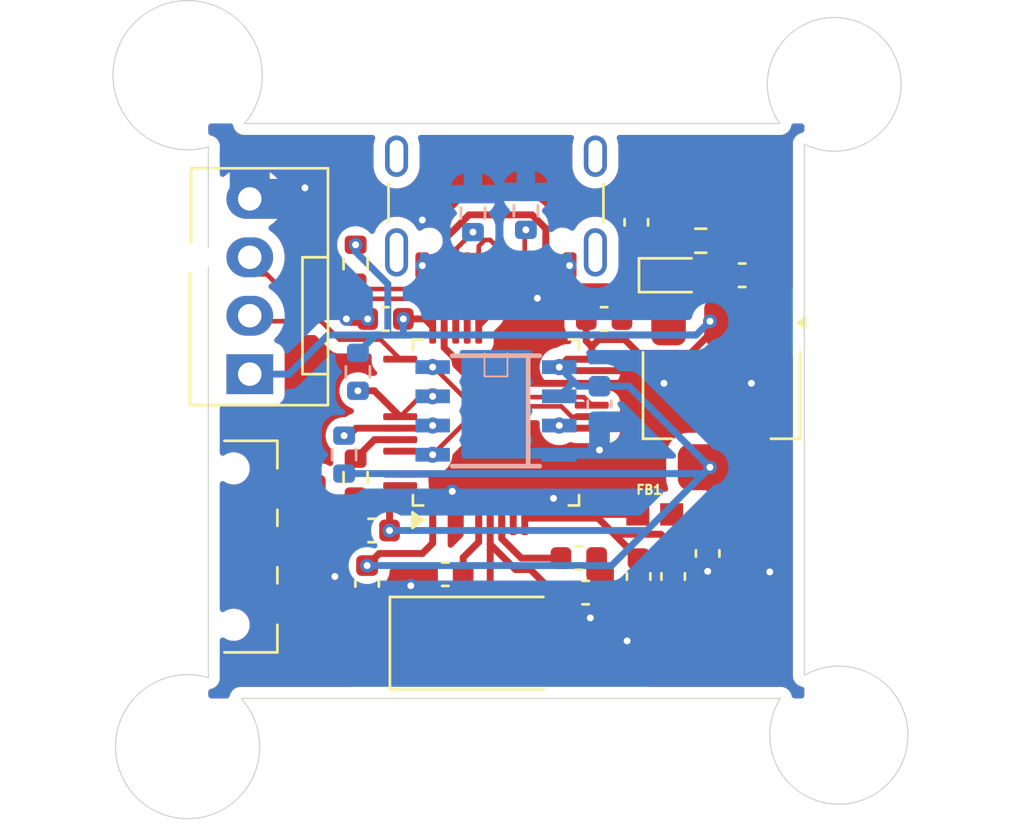
<source format=kicad_pcb>
(kicad_pcb (version 20241229) (generator "pcbnew") (generator_version "9.0")
  (layers (0 "F.Cu" signal) (2 "B.Cu" signal) (13 "F.Paste" user) (15 "B.Paste" user) (5 "F.SilkS" user "F.Silkscreen") (7 "B.SilkS" user "B.Silkscreen") (1 "F.Mask" user) (3 "B.Mask" user) (25 "Edge.Cuts" user))
  (net 0 "")
  (net 1 "I2C_CLK")
  (net 2 "I2C_SDA")
  (net 3 "GND")
  (net 4 "HSE_IN")
  (net 5 "HSE_OUT")
  (net 6 "Net-(U2-NRST)")
  (net 7 "VBUS")
  (net 8 "Net-(D1-K)")
  (net 9 "SWCLK")
  (net 10 "SWDIO")
  (net 12 "USB_D-")
  (net 14 "USB_D+")
  (net 18 "Net-(J2-CC1)")
  (net 19 "Net-(J2-CC2)")
  (net 21 "BOOT0")
  (net 22 "Net-(SW1-B)")
  (net 23 "sens_OUT")
  (net 24 "PGO")
  (net 25 "DIR")
  (net 27 "+3.3V")
  (net 28 "+3.3VA")
  (footprint "Resistor_SMD:R_0603_1608Metric" (layer "F.Cu") (at 158.4 60.1)
    (property "Reference" "R5" (hide yes))
    (property "Value" "1k5")
    (fp_line (start -0.237258 -0.5225) (end 0.237258 -0.5225) (stroke (width 0.12)) (layer "F.SilkS"))
    (fp_line (start -0.237258 0.5225) (end 0.237258 0.5225) (stroke (width 0.12)) (layer "F.SilkS"))
    (pad "1" smd roundrect (at -0.825 0) (size 0.8 0.95) (layers "F.Cu" "F.Mask" "F.Paste") (net 8 "Net-(D1-K)"))
    (pad "2" smd roundrect (at 0.825 0) (size 0.8 0.95) (layers "F.Cu" "F.Mask" "F.Paste") (net 3 "GND"))
  )
  (footprint "Capacitor_SMD:C_0603_1608Metric" (layer "F.Cu") (at 147.3 74.6 180)
    (property "Reference" "C1" (hide yes))
    (property "Value" "33p")
    (fp_line (start -0.14058 0.51) (end 0.14058 0.51) (stroke (width 0.12)) (layer "F.SilkS"))
    (fp_line (start -0.14058 -0.51) (end 0.14058 -0.51) (stroke (width 0.12)) (layer "F.SilkS"))
    (pad "1" smd roundrect (at -0.775 0 180) (size 0.9 0.95) (layers "F.Cu" "F.Mask" "F.Paste") (net 4 "HSE_IN"))
    (pad "2" smd roundrect (at 0.775 0 180) (size 0.9 0.95) (layers "F.Cu" "F.Mask" "F.Paste") (net 3 "GND"))
  )
  (footprint "Capacitor_SMD:C_0603_1608Metric" (layer "F.Cu") (at 155.7 74.7 -90)
    (property "Reference" "C9" (hide yes))
    (property "Value" "10n")
    (fp_line (start -0.14058 0.51) (end 0.14058 0.51) (stroke (width 0.12)) (layer "F.SilkS"))
    (fp_line (start -0.14058 -0.51) (end 0.14058 -0.51) (stroke (width 0.12)) (layer "F.SilkS"))
    (pad "1" smd roundrect (at -0.775 0 270) (size 0.9 0.95) (layers "F.Cu" "F.Mask" "F.Paste") (net 28 "+3.3VA"))
    (pad "2" smd roundrect (at 0.775 0 270) (size 0.9 0.95) (layers "F.Cu" "F.Mask" "F.Paste") (net 3 "GND"))
  )
  (footprint "Resistor_SMD:R_0603_1608Metric" (layer "F.Cu") (at 143.4 70.4 90)
    (property "Reference" "R1" (hide yes))
    (property "Value" "R")
    (fp_line (start -0.237258 -0.5225) (end 0.237258 -0.5225) (stroke (width 0.12)) (layer "F.SilkS"))
    (fp_line (start -0.237258 0.5225) (end 0.237258 0.5225) (stroke (width 0.12)) (layer "F.SilkS"))
    (pad "1" smd roundrect (at -0.825 0 90) (size 0.8 0.95) (layers "F.Cu" "F.Mask" "F.Paste") (net 22 "Net-(SW1-B)"))
    (pad "2" smd roundrect (at 0.825 0 90) (size 0.8 0.95) (layers "F.Cu" "F.Mask" "F.Paste") (net 21 "BOOT0"))
  )
  (footprint "MountingHole:MountingHole_2.1mm" (layer "F.Cu") (at 164.2 53.2)
    (property "Reference" "REF**" (hide yes))
    (property "Value" "MountingHole_2.1mm")
    (pad "" np_thru_hole circle (at 0 0) (size 2.1 2.1) (drill 2.1) (layers "*.Cu" "*.Mask"))
  )
  (footprint "Capacitor_SMD:C_0603_1608Metric" (layer "F.Cu") (at 157.2 74.7 -90)
    (property "Reference" "C10" (hide yes))
    (property "Value" "1u")
    (fp_line (start -0.14058 0.51) (end 0.14058 0.51) (stroke (width 0.12)) (layer "F.SilkS"))
    (fp_line (start -0.14058 -0.51) (end 0.14058 -0.51) (stroke (width 0.12)) (layer "F.SilkS"))
    (pad "1" smd roundrect (at -0.775 0 270) (size 0.9 0.95) (layers "F.Cu" "F.Mask" "F.Paste") (net 28 "+3.3VA"))
    (pad "2" smd roundrect (at 0.775 0 270) (size 0.9 0.95) (layers "F.Cu" "F.Mask" "F.Paste") (net 3 "GND"))
  )
  (footprint "Connector_USB:USB_C_Receptacle_GCT_USB4105-xx-A_16P_TopMnt_Horizontal" (layer "F.Cu") (at 149.5 57.5 180)
    (property "Reference" "J2" (hide yes))
    (property "Value" "USB_C_Receptacle_USB2.0_16P")
    (fp_line (start 4.67 -0.1) (end 4.67 -1.8) (stroke (width 0.12)) (layer "F.SilkS"))
    (fp_line (start -4.67 -0.1) (end -4.67 -1.8) (stroke (width 0.12)) (layer "F.SilkS"))
    (pad "" np_thru_hole circle (at -2.89 -2.605 180) (size 0.65 0.65) (drill 0.65) (layers "*.Cu" "*.Mask"))
    (pad "" np_thru_hole circle (at 2.89 -2.605 180) (size 0.65 0.65) (drill 0.65) (layers "*.Cu" "*.Mask"))
    (pad "A1" smd roundrect (at -3.2 -3.68 180) (size 0.6 1.15) (layers "F.Cu" "F.Mask" "F.Paste") (net 3 "GND"))
    (pad "A4" smd roundrect (at -2.4 -3.68 180) (size 0.6 1.15) (layers "F.Cu" "F.Mask" "F.Paste") (net 7 "VBUS"))
    (pad "A5" smd roundrect (at -1.25 -3.68 180) (size 0.3 1.15) (layers "F.Cu" "F.Mask" "F.Paste") (net 18 "Net-(J2-CC1)"))
    (pad "A6" smd roundrect (at -0.25 -3.68 180) (size 0.3 1.15) (layers "F.Cu" "F.Mask" "F.Paste") (net 14 "USB_D+"))
    (pad "A7" smd roundrect (at 0.25 -3.68 180) (size 0.3 1.15) (layers "F.Cu" "F.Mask" "F.Paste") (net 12 "USB_D-"))
    (pad "A8" smd roundrect (at 1.25 -3.68 180) (size 0.3 1.15) (layers "F.Cu" "F.Mask" "F.Paste"))
    (pad "A9" smd roundrect (at 2.4 -3.68 180) (size 0.6 1.15) (layers "F.Cu" "F.Mask" "F.Paste") (net 7 "VBUS"))
    (pad "A12" smd roundrect (at 3.2 -3.68 180) (size 0.6 1.15) (layers "F.Cu" "F.Mask" "F.Paste") (net 3 "GND"))
    (pad "B1" smd roundrect (at 3.2 -3.68 180) (size 0.6 1.15) (layers "F.Cu" "F.Mask" "F.Paste") (net 3 "GND"))
    (pad "B4" smd roundrect (at 2.4 -3.68 180) (size 0.6 1.15) (layers "F.Cu" "F.Mask" "F.Paste") (net 7 "VBUS"))
    (pad "B5" smd roundrect (at 1.75 -3.68 180) (size 0.3 1.15) (layers "F.Cu" "F.Mask" "F.Paste") (net 19 "Net-(J2-CC2)"))
    (pad "B6" smd roundrect (at 0.75 -3.68 180) (size 0.3 1.15) (layers "F.Cu" "F.Mask" "F.Paste") (net 14 "USB_D+"))
    (pad "B7" smd roundrect (at -0.75 -3.68 180) (size 0.3 1.15) (layers "F.Cu" "F.Mask" "F.Paste") (net 12 "USB_D-"))
    (pad "B8" smd roundrect (at -1.75 -3.68 180) (size 0.3 1.15) (layers "F.Cu" "F.Mask" "F.Paste"))
    (pad "B9" smd roundrect (at -2.4 -3.68 180) (size 0.6 1.15) (layers "F.Cu" "F.Mask" "F.Paste") (net 7 "VBUS"))
    (pad "B12" smd roundrect (at -3.2 -3.68 180) (size 0.6 1.15) (layers "F.Cu" "F.Mask" "F.Paste") (net 3 "GND"))
    (pad "S1" thru_hole oval (at -4.32 -3.105 180) (size 1 2.1) (drill oval 0.6 1.7) (property pad_prop_heatsink) (layers "*.Cu" "*.Mask" "F.Paste"))
    (pad "S1" thru_hole oval (at -4.32 1.075 180) (size 1 1.8) (drill oval 0.6 1.4) (property pad_prop_heatsink) (layers "*.Cu" "*.Mask" "F.Paste"))
    (pad "S1" thru_hole oval (at 4.32 -3.105 180) (size 1 2.1) (drill oval 0.6 1.7) (property pad_prop_heatsink) (layers "*.Cu" "*.Mask" "F.Paste"))
    (pad "S1" thru_hole oval (at 4.32 1.075 180) (size 1 1.8) (drill oval 0.6 1.4) (property pad_prop_heatsink) (layers "*.Cu" "*.Mask" "F.Paste"))
  )
  (footprint "Capacitor_SMD:C_0603_1608Metric" (layer "F.Cu") (at 158.7 73.7 -90)
    (property "Reference" "C13" (hide yes))
    (property "Value" "1u")
    (fp_line (start -0.14058 0.51) (end 0.14058 0.51) (stroke (width 0.12)) (layer "F.SilkS"))
    (fp_line (start -0.14058 -0.51) (end 0.14058 -0.51) (stroke (width 0.12)) (layer "F.SilkS"))
    (pad "1" smd roundrect (at -0.775 0 270) (size 0.9 0.95) (layers "F.Cu" "F.Mask" "F.Paste") (net 27 "+3.3V"))
    (pad "2" smd roundrect (at 0.775 0 270) (size 0.9 0.95) (layers "F.Cu" "F.Mask" "F.Paste") (net 3 "GND"))
  )
  (footprint "Capacitor_SMD:C_0603_1608Metric" (layer "F.Cu") (at 144.7 63.5 180)
    (property "Reference" "C7" (hide yes))
    (property "Value" "100n")
    (fp_line (start -0.14058 0.51) (end 0.14058 0.51) (stroke (width 0.12)) (layer "F.SilkS"))
    (fp_line (start -0.14058 -0.51) (end 0.14058 -0.51) (stroke (width 0.12)) (layer "F.SilkS"))
    (pad "1" smd roundrect (at -0.775 0 180) (size 0.9 0.95) (layers "F.Cu" "F.Mask" "F.Paste") (net 27 "+3.3V"))
    (pad "2" smd roundrect (at 0.775 0 180) (size 0.9 0.95) (layers "F.Cu" "F.Mask" "F.Paste") (net 3 "GND"))
  )
  (footprint "Button_Switch_SMD:SW_SPDT_CK_JS102011SAQN" (layer "F.Cu") (at 138.1 73.4 -90)
    (property "Reference" "SW1" (hide yes))
    (property "Value" "SW_SPDT")
    (fp_line (start -4.6 0.4) (end -4.6 -1.9) (stroke (width 0.12)) (layer "F.SilkS"))
    (fp_line (start -4.6 -1.9) (end -3.4 -1.9) (stroke (width 0.12)) (layer "F.SilkS"))
    (fp_line (start -0.9 -1.9) (end -1.6 -1.9) (stroke (width 0.12)) (layer "F.SilkS"))
    (fp_line (start 1.6 -1.9) (end 0.9 -1.9) (stroke (width 0.12)) (layer "F.SilkS"))
    (fp_line (start 3.4 -1.9) (end 4.6 -1.9) (stroke (width 0.12)) (layer "F.SilkS"))
    (fp_line (start 4.6 -1.9) (end 4.6 0.4) (stroke (width 0.12)) (layer "F.SilkS"))
    (pad "" np_thru_hole circle (at -3.4 0 270) (size 0.9 0.9) (drill 0.9) (layers "*.Cu" "*.Mask"))
    (pad "" np_thru_hole circle (at 3.4 0 270) (size 0.9 0.9) (drill 0.9) (layers "*.Cu" "*.Mask"))
    (pad "1" smd roundrect (at -2.5 -2.75 270) (size 1.25 2.5) (layers "F.Cu" "F.Mask" "F.Paste") (roundrect_rratio 0.2) (net 3 "GND"))
    (pad "2" smd roundrect (at 0 -2.75 270) (size 1.25 2.5) (layers "F.Cu" "F.Mask" "F.Paste") (roundrect_rratio 0.2) (net 22 "Net-(SW1-B)"))
    (pad "3" smd roundrect (at 2.5 -2.75 270) (size 1.25 2.5) (layers "F.Cu" "F.Mask" "F.Paste") (roundrect_rratio 0.2) (net 27 "+3.3V"))
  )
  (footprint "Capacitor_SMD:C_0603_1608Metric" (layer "F.Cu") (at 155.6 59.3 90)
    (property "Reference" "C11" (hide yes))
    (property "Value" "22u")
    (fp_line (start -0.14058 -0.51) (end 0.14058 -0.51) (stroke (width 0.12)) (layer "F.SilkS"))
    (fp_line (start -0.14058 0.51) (end 0.14058 0.51) (stroke (width 0.12)) (layer "F.SilkS"))
    (pad "1" smd roundrect (at -0.775 0 90) (size 0.9 0.95) (layers "F.Cu" "F.Mask" "F.Paste") (net 7 "VBUS"))
    (pad "2" smd roundrect (at 0.775 0 90) (size 0.9 0.95) (layers "F.Cu" "F.Mask" "F.Paste") (net 3 "GND"))
  )
  (footprint "Capacitor_SMD:C_0603_1608Metric" (layer "F.Cu") (at 153.4 75.4)
    (property "Reference" "C2" (hide yes))
    (property "Value" "33p")
    (fp_line (start -0.14058 -0.51) (end 0.14058 -0.51) (stroke (width 0.12)) (layer "F.SilkS"))
    (fp_line (start -0.14058 0.51) (end 0.14058 0.51) (stroke (width 0.12)) (layer "F.SilkS"))
    (pad "1" smd roundrect (at -0.775 0) (size 0.9 0.95) (layers "F.Cu" "F.Mask" "F.Paste") (net 5 "HSE_OUT"))
    (pad "2" smd roundrect (at 0.775 0) (size 0.9 0.95) (layers "F.Cu" "F.Mask" "F.Paste") (net 3 "GND"))
  )
  (footprint "MountingHole:MountingHole_2.1mm" (layer "F.Cu") (at 164.4 81.6)
    (property "Reference" "REF**" (hide yes))
    (property "Value" "MountingHole_2.1mm")
    (pad "" np_thru_hole circle (at 0 0) (size 2.1 2.1) (drill 2.1) (layers "*.Cu" "*.Mask"))
  )
  (footprint "Connector:FanPinHeader_1x04_P2.54mm_Vertical" (layer "F.Cu") (at 138.8 65.9 90)
    (property "Reference" "J1" (hide yes))
    (property "Value" "Conn_01x04_Pin")
    (fp_line (start -1.35 -2.6) (end 4.4 -2.6) (stroke (width 0.12)) (layer "F.SilkS"))
    (fp_line (start 8.95 -2.55) (end 8.95 3.4) (stroke (width 0.12)) (layer "F.SilkS"))
    (fp_line (start 5.75 -2.55) (end 8.95 -2.55) (stroke (width 0.12)) (layer "F.SilkS"))
    (fp_line (start 5.08 2.29) (end 5.08 3.3) (stroke (width 0.12)) (layer "F.SilkS"))
    (fp_line (start 0 2.29) (end 5.08 2.29) (stroke (width 0.12)) (layer "F.SilkS"))
    (fp_line (start 0 3.3) (end 0 2.29) (stroke (width 0.12)) (layer "F.SilkS"))
    (fp_line (start 8.95 3.4) (end -1.35 3.4) (stroke (width 0.12)) (layer "F.SilkS"))
    (fp_line (start -1.35 3.4) (end -1.35 -2.6) (stroke (width 0.12)) (layer "F.SilkS"))
    (pad "" np_thru_hole circle (at 5.08 -2.16 180) (size 1.1 1.1) (drill 1.1) (layers "*.Cu" "*.Mask"))
    (pad "1" thru_hole rect (at 0 0 180) (size 2.03 1.73) (drill 1.02) (layers "*.Cu" "*.Mask") (net 27 "+3.3V"))
    (pad "2" thru_hole oval (at 2.54 0 180) (size 2.03 1.73) (drill 1.02) (layers "*.Cu" "*.Mask") (net 9 "SWCLK"))
    (pad "3" thru_hole oval (at 5.08 0 180) (size 2.03 1.73) (drill 1.02) (layers "*.Cu" "*.Mask") (net 10 "SWDIO"))
    (pad "4" thru_hole oval (at 7.62 0 180) (size 2.03 1.73) (drill 1.02) (layers "*.Cu" "*.Mask") (net 3 "GND"))
  )
  (footprint "Package_QFP:LQFP-48_7x7mm_P0.5mm" (layer "F.Cu") (at 149.5 68 90)
    (property "Reference" "U2" (hide yes))
    (property "Value" "STM32F103C8T6")
    (fp_line (start 3.61 -3.61) (end 3.61 -3.16) (stroke (width 0.12)) (layer "F.SilkS"))
    (fp_line (start 3.16 -3.61) (end 3.61 -3.61) (stroke (width 0.12)) (layer "F.SilkS"))
    (fp_line (start -3.61 -3.61) (end -3.16 -3.61) (stroke (width 0.12)) (layer "F.SilkS"))
    (fp_line (start -3.61 -3.16) (end -3.61 -3.61) (stroke (width 0.12)) (layer "F.SilkS"))
    (fp_line (start 3.61 3.16) (end 3.61 3.61) (stroke (width 0.12)) (layer "F.SilkS"))
    (fp_line (start 3.61 3.61) (end 3.16 3.61) (stroke (width 0.12)) (layer "F.SilkS"))
    (fp_line (start -3.16 3.61) (end -3.61 3.61) (stroke (width 0.12)) (layer "F.SilkS"))
    (fp_line (start -3.61 3.61) (end -3.61 3.16) (stroke (width 0.12)) (layer "F.SilkS"))
    (fp_poly (pts (xy -4.25 -3.16) (xy -4.59 -3.63) (xy -3.91 -3.63)) (stroke (width 0.12)) (fill yes) (layer "F.SilkS"))
    (pad "1" smd roundrect (at -4.1625 -2.75 90) (size 1.475 0.3) (layers "F.Cu" "F.Mask" "F.Paste") (net 27 "+3.3V"))
    (pad "5" smd roundrect (at -4.1625 -0.75 90) (size 1.475 0.3) (layers "F.Cu" "F.Mask" "F.Paste") (net 4 "HSE_IN"))
    (pad "6" smd roundrect (at -4.1625 -0.25 90) (size 1.475 0.3) (layers "F.Cu" "F.Mask" "F.Paste") (net 5 "HSE_OUT"))
    (pad "7" smd roundrect (at -4.1625 0.25 90) (size 1.475 0.3) (layers "F.Cu" "F.Mask" "F.Paste") (net 6 "Net-(U2-NRST)"))
    (pad "8" smd roundrect (at -4.1625 0.75 90) (size 1.475 0.3) (layers "F.Cu" "F.Mask" "F.Paste") (net 3 "GND"))
    (pad "9" smd roundrect (at -4.1625 1.25 90) (size 1.475 0.3) (layers "F.Cu" "F.Mask" "F.Paste") (net 28 "+3.3VA"))
    (pad "18" smd roundrect (at -0.25 4.1625 90) (size 0.3 1.475) (layers "F.Cu" "F.Mask" "F.Paste") (net 23 "sens_OUT"))
    (pad "19" smd roundrect (at 0.25 4.1625 90) (size 0.3 1.475) (layers "F.Cu" "F.Mask" "F.Paste") (net 24 "PGO"))
    (pad "20" smd roundrect (at 0.75 4.1625 90) (size 0.3 1.475) (layers "F.Cu" "F.Mask" "F.Paste") (net 25 "DIR"))
    (pad "23" smd roundrect (at 2.25 4.1625 90) (size 0.3 1.475) (layers "F.Cu" "F.Mask" "F.Paste") (net 3 "GND"))
    (pad "24" smd roundrect (at 2.75 4.1625 90) (size 0.3 1.475) (layers "F.Cu" "F.Mask" "F.Paste") (net 27 "+3.3V"))
    (pad "32" smd roundrect (at 4.1625 -0.75 90) (size 1.475 0.3) (layers "F.Cu" "F.Mask" "F.Paste") (net 12 "USB_D-"))
    (pad "33" smd roundrect (at 4.1625 -1.25 90) (size 1.475 0.3) (layers "F.Cu" "F.Mask" "F.Paste") (net 14 "USB_D+"))
    (pad "34" smd roundrect (at 4.1625 -1.75 90) (size 1.475 0.3) (layers "F.Cu" "F.Mask" "F.Paste") (net 10 "SWDIO"))
    (pad "35" smd roundrect (at 4.1625 -2.25 90) (size 1.475 0.3) (layers "F.Cu" "F.Mask" "F.Paste") (net 3 "GND"))
    (pad "36" smd roundrect (at 4.1625 -2.75 90) (size 1.475 0.3) (layers "F.Cu" "F.Mask" "F.Paste") (net 27 "+3.3V"))
    (pad "37" smd roundrect (at 2.75 -4.1625 90) (size 0.3 1.475) (layers "F.Cu" "F.Mask" "F.Paste") (net 9 "SWCLK"))
    (pad "42" smd roundrect (at 0.25 -4.1625 90) (size 0.3 1.475) (layers "F.Cu" "F.Mask" "F.Paste") (net 1 "I2C_CLK"))
    (pad "43" smd roundrect (at -0.25 -4.1625 90) (size 0.3 1.475) (layers "F.Cu" "F.Mask" "F.Paste") (net 2 "I2C_SDA"))
    (pad "44" smd roundrect (at -0.75 -4.1625 90) (size 0.3 1.475) (layers "F.Cu" "F.Mask" "F.Paste") (net 21 "BOOT0"))
    (pad "45" smd roundrect (at -1.25 -4.1625 90) (size 0.3 1.475) (layers "F.Cu" "F.Mask" "F.Paste"))
    (pad "47" smd roundrect (at -2.25 -4.1625 90) (size 0.3 1.475) (layers "F.Cu" "F.Mask" "F.Paste") (net 3 "GND"))
    (pad "48" smd roundrect (at -2.75 -4.1625 90) (size 0.3 1.475) (layers "F.Cu" "F.Mask" "F.Paste") (net 27 "+3.3V"))
  )
  (footprint "Crystal:Crystal_SMD_0603-2Pin_6.0x3.5mm" (layer "F.Cu") (at 148.3 77.6)
    (property "Reference" "Y1" (hide yes))
    (property "Value" "8MHz")
    (fp_line (start -3.41 -2.01) (end -3.41 2.01) (stroke (width 0.12)) (layer "F.SilkS"))
    (fp_line (start -3.41 2.01) (end 3.26 2.01) (stroke (width 0.12)) (layer "F.SilkS"))
    (fp_line (start 3.26 -2.01) (end -3.41 -2.01) (stroke (width 0.12)) (layer "F.SilkS"))
    (pad "1" smd roundrect (at -2.2 0) (size 1.9 2.5) (layers "F.Cu" "F.Mask" "F.Paste") (roundrect_rratio 0.131579) (net 4 "HSE_IN"))
    (pad "2" smd roundrect (at 2.2 0) (size 1.9 2.5) (layers "F.Cu" "F.Mask" "F.Paste") (roundrect_rratio 0.131579) (net 5 "HSE_OUT"))
  )
  (footprint "Capacitor_SMD:C_0603_1608Metric" (layer "F.Cu") (at 154.2 63.5)
    (property "Reference" "C6" (hide yes))
    (property "Value" "100n")
    (fp_line (start -0.14058 -0.51) (end 0.14058 -0.51) (stroke (width 0.12)) (layer "F.SilkS"))
    (fp_line (start -0.14058 0.51) (end 0.14058 0.51) (stroke (width 0.12)) (layer "F.SilkS"))
    (pad "1" smd roundrect (at -0.775 0) (size 0.9 0.95) (layers "F.Cu" "F.Mask" "F.Paste") (net 27 "+3.3V"))
    (pad "2" smd roundrect (at 0.775 0) (size 0.9 0.95) (layers "F.Cu" "F.Mask" "F.Paste") (net 3 "GND"))
  )
  (footprint "Capacitor_SMD:C_0603_1608Metric" (layer "F.Cu") (at 143.9 75 -90)
    (property "Reference" "C4" (hide yes))
    (property "Value" "100n")
    (fp_line (start -0.14058 0.51) (end 0.14058 0.51) (stroke (width 0.12)) (layer "F.SilkS"))
    (fp_line (start -0.14058 -0.51) (end 0.14058 -0.51) (stroke (width 0.12)) (layer "F.SilkS"))
    (pad "1" smd roundrect (at -0.775 0 270) (size 0.9 0.95) (layers "F.Cu" "F.Mask" "F.Paste") (net 27 "+3.3V"))
    (pad "2" smd roundrect (at 0.775 0 270) (size 0.9 0.95) (layers "F.Cu" "F.Mask" "F.Paste") (net 3 "GND"))
  )
  (footprint "MountingHole:MountingHole_2.1mm" (layer "F.Cu") (at 136 82 180)
    (property "Reference" "REF**" (hide yes))
    (property "Value" "MountingHole_2.1mm")
    (pad "" np_thru_hole circle (at 0 0 180) (size 2.1 2.1) (drill 2.1) (layers "*.Cu" "*.Mask"))
  )
  (footprint "MountingHole:MountingHole_2.1mm" (layer "F.Cu") (at 136 52.9)
    (property "Reference" "REF**" (hide yes))
    (property "Value" "MountingHole_2.1mm")
    (pad "" np_thru_hole circle (at 0 0) (size 2.1 2.1) (drill 2.1) (layers "*.Cu" "*.Mask"))
  )
  (footprint "Capacitor_SMD:C_0603_1608Metric" (layer "F.Cu") (at 144.1 72.7 180)
    (property "Reference" "C5" (hide yes))
    (property "Value" "100n")
    (fp_line (start -0.14058 0.51) (end 0.14058 0.51) (stroke (width 0.12)) (layer "F.SilkS"))
    (fp_line (start -0.14058 -0.51) (end 0.14058 -0.51) (stroke (width 0.12)) (layer "F.SilkS"))
    (pad "1" smd roundrect (at -0.775 0 180) (size 0.9 0.95) (layers "F.Cu" "F.Mask" "F.Paste") (net 27 "+3.3V"))
    (pad "2" smd roundrect (at 0.775 0 180) (size 0.9 0.95) (layers "F.Cu" "F.Mask" "F.Paste") (net 3 "GND"))
  )
  (footprint "BLM18PG121SN1D:BEADC1608X95N" (layer "F.Cu") (at 156.4 72)
    (property "Reference" "FB1" (at -0.24 -1.07 0) (layer "F.SilkS") (effects (font (size 0.393701 0.393701) (thickness 0.098425))))
    (property "Value" "120R")
    (pad "1" smd rect (at -0.735 0) (size 1 0.97) (layers "F.Cu" "F.Mask" "F.Paste") (net 28 "+3.3VA"))
    (pad "2" smd rect (at 0.735 0) (size 1 0.97) (layers "F.Cu" "F.Mask" "F.Paste") (net 27 "+3.3V"))
  )
  (footprint "Capacitor_SMD:C_0603_1608Metric" (layer "F.Cu") (at 160.2 61.6)
    (property "Reference" "C12" (hide yes))
    (property "Value" "22u")
    (fp_line (start -0.14058 -0.51) (end 0.14058 -0.51) (stroke (width 0.12)) (layer "F.SilkS"))
    (fp_line (start -0.14058 0.51) (end 0.14058 0.51) (stroke (width 0.12)) (layer "F.SilkS"))
    (pad "1" smd roundrect (at -0.775 0) (size 0.9 0.95) (layers "F.Cu" "F.Mask" "F.Paste") (net 27 "+3.3V"))
    (pad "2" smd roundrect (at 0.775 0) (size 0.9 0.95) (layers "F.Cu" "F.Mask" "F.Paste") (net 3 "GND"))
  )
  (footprint "Package_TO_SOT_SMD:SOT-223-3_TabPin2" (layer "F.Cu") (at 159.3 66.8 -90)
    (property "Reference" "U3" (hide yes))
    (property "Value" "AMS1117-3.3")
    (fp_line (start -1.85 3.41) (end 1.91 3.41) (stroke (width 0.12)) (layer "F.SilkS"))
    (fp_line (start 1.91 3.41) (end 1.91 2.15) (stroke (width 0.12)) (layer "F.SilkS"))
    (fp_line (start -1.85 -3.41) (end 1.91 -3.41) (stroke (width 0.12)) (layer "F.SilkS"))
    (fp_line (start 1.91 -3.41) (end 1.91 -2.15) (stroke (width 0.12)) (layer "F.SilkS"))
    (fp_poly (pts (xy -3.13 -3.31) (xy -3.37 -3.64) (xy -2.89 -3.64) (xy -3.13 -3.31)) (stroke (width 0.12)) (fill yes) (layer "F.SilkS"))
    (pad "1" smd roundrect (at -3.15 -2.3 270) (size 2 1.5) (layers "F.Cu" "F.Mask" "F.Paste") (net 3 "GND"))
    (pad "2" smd roundrect (at -3.15 0 270) (size 2 1.5) (layers "F.Cu" "F.Mask" "F.Paste") (net 27 "+3.3V"))
    (pad "2" smd roundrect (at 3.15 0 270) (size 2 3.8) (layers "F.Cu" "F.Mask" "F.Paste") (net 27 "+3.3V"))
    (pad "3" smd roundrect (at -3.15 2.3 270) (size 2 1.5) (layers "F.Cu" "F.Mask" "F.Paste") (net 7 "VBUS"))
  )
  (footprint "LED_SMD:LED_0603_1608Metric" (layer "F.Cu") (at 157.2 61.6)
    (property "Reference" "D1" (hide yes))
    (property "Value" "LED")
    (fp_line (start -1.485 -0.735) (end -1.485 0.735) (stroke (width 0.12)) (layer "F.SilkS"))
    (fp_line (start -1.485 0.735) (end 0.8 0.735) (stroke (width 0.12)) (layer "F.SilkS"))
    (fp_line (start 0.8 -0.735) (end -1.485 -0.735) (stroke (width 0.12)) (layer "F.SilkS"))
    (pad "1" smd roundrect (at -0.7875 0) (size 0.875 0.95) (layers "F.Cu" "F.Mask" "F.Paste") (net 8 "Net-(D1-K)"))
    (pad "2" smd roundrect (at 0.7875 0) (size 0.875 0.95) (layers "F.Cu" "F.Mask" "F.Paste") (net 27 "+3.3V"))
  )
  (footprint "Capacitor_SMD:C_0603_1608Metric" (layer "F.Cu") (at 153.1 73.9)
    (property "Reference" "C8" (hide yes))
    (property "Value" "100n")
    (fp_line (start -0.14058 -0.51) (end 0.14058 -0.51) (stroke (width 0.12)) (layer "F.SilkS"))
    (fp_line (start -0.14058 0.51) (end 0.14058 0.51) (stroke (width 0.12)) (layer "F.SilkS"))
    (pad "1" smd roundrect (at -0.775 0) (size 0.9 0.95) (layers "F.Cu" "F.Mask" "F.Paste") (net 6 "Net-(U2-NRST)"))
    (pad "2" smd roundrect (at 0.775 0) (size 0.9 0.95) (layers "F.Cu" "F.Mask" "F.Paste") (net 3 "GND"))
  )
  (footprint "Resistor_SMD:R_0603_1608Metric" (layer "F.Cu") (at 143.4 61.1 90)
    (property "Reference" "R4" (hide yes))
    (property "Value" "1k5")
    (fp_line (start -0.237258 -0.5225) (end 0.237258 -0.5225) (stroke (width 0.12)) (layer "F.SilkS"))
    (fp_line (start -0.237258 0.5225) (end 0.237258 0.5225) (stroke (width 0.12)) (layer "F.SilkS"))
    (pad "1" smd roundrect (at -0.825 0 90) (size 0.8 0.95) (layers "F.Cu" "F.Mask" "F.Paste") (net 14 "USB_D+"))
    (pad "2" smd roundrect (at 0.825 0 90) (size 0.8 0.95) (layers "F.Cu" "F.Mask" "F.Paste") (net 27 "+3.3V"))
  )
  (footprint "Resistor_SMD:R_0603_1608Metric" (layer "B.Cu") (at 143.5 65.8 -90)
    (property "Reference" "4k1" (hide yes))
    (property "Value" "R")
    (fp_line (start -0.237258 0.5225) (end 0.237258 0.5225) (stroke (width 0.12)) (layer "B.SilkS"))
    (fp_line (start -0.237258 -0.5225) (end 0.237258 -0.5225) (stroke (width 0.12)) (layer "B.SilkS"))
    (pad "1" smd roundrect (at -0.825 0 270) (size 0.8 0.95) (layers "B.Cu" "B.Mask" "B.Paste") (net 27 "+3.3V"))
    (pad "2" smd roundrect (at 0.825 0 270) (size 0.8 0.95) (layers "B.Cu" "B.Mask" "B.Paste") (net 1 "I2C_CLK"))
  )
  (footprint "Capacitor_SMD:C_0603_1608Metric" (layer "B.Cu") (at 154 67.2 -90)
    (property "Reference" "buffer c1" (hide yes))
    (property "Value" "100n")
    (fp_line (start -0.14058 0.51) (end 0.14058 0.51) (stroke (width 0.12)) (layer "B.SilkS"))
    (fp_line (start -0.14058 -0.51) (end 0.14058 -0.51) (stroke (width 0.12)) (layer "B.SilkS"))
    (pad "1" smd roundrect (at -0.775 0 270) (size 0.9 0.95) (layers "B.Cu" "B.Mask" "B.Paste") (net 27 "+3.3V"))
    (pad "2" smd roundrect (at 0.775 0 270) (size 0.9 0.95) (layers "B.Cu" "B.Mask" "B.Paste") (net 3 "GND"))
  )
  (footprint "Resistor_SMD:R_0603_1608Metric" (layer "B.Cu") (at 150.8 58.8 90)
    (property "Reference" "R2" (hide yes))
    (property "Value" "5k1")
    (fp_line (start -0.237258 -0.5225) (end 0.237258 -0.5225) (stroke (width 0.12)) (layer "B.SilkS"))
    (fp_line (start -0.237258 0.5225) (end 0.237258 0.5225) (stroke (width 0.12)) (layer "B.SilkS"))
    (pad "1" smd roundrect (at -0.825 0 90) (size 0.8 0.95) (layers "B.Cu" "B.Mask" "B.Paste") (net 18 "Net-(J2-CC1)"))
    (pad "2" smd roundrect (at 0.825 0 90) (size 0.8 0.95) (layers "B.Cu" "B.Mask" "B.Paste") (net 3 "GND"))
  )
  (footprint "Resistor_SMD:R_0603_1608Metric" (layer "B.Cu") (at 148.5 58.9 -90)
    (property "Reference" "R3" (hide yes))
    (property "Value" "5k1")
    (fp_line (start -0.237258 0.5225) (end 0.237258 0.5225) (stroke (width 0.12)) (layer "B.SilkS"))
    (fp_line (start -0.237258 -0.5225) (end 0.237258 -0.5225) (stroke (width 0.12)) (layer "B.SilkS"))
    (pad "1" smd roundrect (at -0.825 0 270) (size 0.8 0.95) (layers "B.Cu" "B.Mask" "B.Paste") (net 3 "GND"))
    (pad "2" smd roundrect (at 0.825 0 270) (size 0.8 0.95) (layers "B.Cu" "B.Mask" "B.Paste") (net 19 "Net-(J2-CC2)"))
  )
  (footprint "AS5600:SOIC8" (layer "B.Cu") (at 149.5 67.5 -90)
    (property "Reference" "U1" (hide yes))
    (property "Value" "AS5600")
    (fp_line (start 2.4 1.9) (end 2.4 -1.4) (stroke (width 0.2032)) (layer "B.SilkS"))
    (fp_line (start -1.5 0.5) (end -2.5 0.5) (stroke (width 0.0762)) (layer "B.SilkS"))
    (fp_line (start -2.5 -0.5) (end -1.5 -0.5) (stroke (width 0.0762)) (layer "B.SilkS"))
    (fp_line (start -1.5 -0.5) (end -1.5 0.5) (stroke (width 0.0762)) (layer "B.SilkS"))
    (fp_line (start -2.4 -1.4) (end -2.4 1.9) (stroke (width 0.2032)) (layer "B.SilkS"))
    (fp_line (start 2.4 -1.4) (end -2.4 -1.4) (stroke (width 0.2032)) (layer "B.SilkS"))
    (fp_line (start 2.4 -1.4) (end 2.4 -1.9) (stroke (width 0.2032)) (layer "B.SilkS"))
    (fp_line (start -2.4 -1.9) (end -2.4 -1.4) (stroke (width 0.2032)) (layer "B.SilkS"))
    (pad "1" smd rect (at -1.905 -2.75 270) (size 0.6 1.5) (layers "B.Cu" "B.Mask" "B.Paste") (net 27 "+3.3V"))
    (pad "2" smd rect (at -0.635 -2.75 270) (size 0.6 1.5) (layers "B.Cu" "B.Mask" "B.Paste") (net 27 "+3.3V"))
    (pad "3" smd rect (at 0.635 -2.75 270) (size 0.6 1.5) (layers "B.Cu" "B.Mask" "B.Paste") (net 23 "sens_OUT"))
    (pad "4" smd rect (at 1.905 -2.75 270) (size 0.6 1.5) (layers "B.Cu" "B.Mask" "B.Paste") (net 3 "GND"))
    (pad "5" smd rect (at 1.905 2.75 270) (size 0.6 1.5) (layers "B.Cu" "B.Mask" "B.Paste") (net 24 "PGO"))
    (pad "6" smd rect (at 0.635 2.75 270) (size 0.6 1.5) (layers "B.Cu" "B.Mask" "B.Paste") (net 2 "I2C_SDA"))
    (pad "7" smd rect (at -0.635 2.75 270) (size 0.6 1.5) (layers "B.Cu" "B.Mask" "B.Paste") (net 1 "I2C_CLK"))
    (pad "8" smd rect (at -1.905 2.75 270) (size 0.6 1.5) (layers "B.Cu" "B.Mask" "B.Paste") (net 25 "DIR"))
  )
  (footprint "Resistor_SMD:R_0603_1608Metric" (layer "B.Cu") (at 142.9 69.4 90)
    (property "Reference" "4k2" (hide yes))
    (property "Value" "R")
    (fp_line (start -0.237258 -0.5225) (end 0.237258 -0.5225) (stroke (width 0.12)) (layer "B.SilkS"))
    (fp_line (start -0.237258 0.5225) (end 0.237258 0.5225) (stroke (width 0.12)) (layer "B.SilkS"))
    (pad "1" smd roundrect (at -0.825 0 90) (size 0.8 0.95) (layers "B.Cu" "B.Mask" "B.Paste") (net 27 "+3.3V"))
    (pad "2" smd roundrect (at 0.825 0 90) (size 0.8 0.95) (layers "B.Cu" "B.Mask" "B.Paste") (net 2 "I2C_SDA"))
  )
  (gr_arc (start 161.842036 55.000001) (mid 166.083527 51.085881) (end 162.9 55.9) (stroke (width 0.05)) (layer "Edge.Cuts"))
  (gr_line (start 137 56.015971) (end 137 79.1) (stroke (width 0.05)) (layer "Edge.Cuts"))
  (gr_arc (start 138.421905 79.997916) (mid 134.427657 84.748258) (end 137 79.1) (stroke (width 0.05)) (layer "Edge.Cuts"))
  (gr_arc (start 137.004278 56.014734) (mid 134.33741 50.177398) (end 138.571697 55) (stroke (width 0.05)) (layer "Edge.Cuts"))
  (gr_line (start 138.419604 80) (end 161.862125 80) (stroke (width 0.05)) (layer "Edge.Cuts"))
  (gr_line (start 161.842036 55) (end 138.571697 55) (stroke (width 0.05)) (layer "Edge.Cuts"))
  (gr_arc (start 162.9 79) (mid 166.479586 83.764561) (end 161.862125 79.997131) (stroke (width 0.05)) (layer "Edge.Cuts"))
  (gr_line (start 162.9 79) (end 162.9 55.9) (stroke (width 0.05)) (layer "Edge.Cuts"))
  (segment (start 143.5 66.625) (end 144.2125 66.625) (width 0.3) (layer "F.Cu") (net 1))
  (segment (start 146.75 66.865) (end 146.2225 66.865) (width 0.2) (layer "F.Cu") (net 1))
  (segment (start 144.2125 66.625) (end 145.3375 67.75) (width 0.3) (layer "F.Cu") (net 1))
  (segment (start 146.2225 66.865) (end 145.3375 67.75) (width 0.2) (layer "F.Cu") (net 1))
  (via (at 143.5 66.625) (size 0.6) (drill 0.3) (layers "F.Cu" "B.Cu") (net 1))
  (via (at 146.75 66.865) (size 0.7) (drill 0.3) (layers "F.Cu" "B.Cu") (net 1))
  (segment (start 143.425 68.25) (end 145.3375 68.25) (width 0.3) (layer "F.Cu") (net 2))
  (segment (start 145.3375 68.25) (end 146.635 68.25) (width 0.2) (layer "F.Cu") (net 2))
  (segment (start 143.1 68.575) (end 143.425 68.25) (width 0.3) (layer "F.Cu") (net 2))
  (segment (start 142.9 68.575) (end 143.1 68.575) (width 0.3) (layer "F.Cu") (net 2))
  (segment (start 146.635 68.25) (end 146.75 68.135) (width 0.2) (layer "F.Cu") (net 2))
  (via (at 146.75 68.135) (size 0.7) (drill 0.3) (layers "F.Cu" "B.Cu") (net 2))
  (via (at 142.9 68.575) (size 0.6) (drill 0.3) (layers "F.Cu" "B.Cu") (net 2))
  (segment (start 154.082 62.607) (end 151.307 62.607) (width 0.3) (layer "F.Cu") (net 3))
  (segment (start 156.25 65.75) (end 156.8 66.3) (width 0.3) (layer "F.Cu") (net 3))
  (segment (start 150.25 72.1625) (end 150.25 71.25) (width 0.3) (layer "F.Cu") (net 3))
  (segment (start 153.875 73.9) (end 153.6 74.175) (width 0.3) (layer "F.Cu") (net 3))
  (segment (start 151.307 62.607) (end 151.3 62.6) (width 0.3) (layer "F.Cu") (net 3))
  (segment (start 150.8 70.7) (end 151.4 70.7) (width 0.3) (layer "F.Cu") (net 3))
  (segment (start 147.25 63.8375) (end 147.25 64.75) (width 0.3) (layer "F.Cu") (net 3))
  (segment (start 151.4 70.7) (end 152 71.3) (width 0.3) (layer "F.Cu") (net 3))
  (segment (start 142.5 73.525) (end 142.5 74.7) (width 0.3) (layer "F.Cu") (net 3))
  (segment (start 154.975 63.5) (end 154.082 62.607) (width 0.3) (layer "F.Cu") (net 3))
  (segment (start 153.6 74.175) (end 153.6 76.5) (width 0.3) (layer "F.Cu") (net 3))
  (segment (start 161.6 65.3) (end 160.6 66.3) (width 0.3) (layer "F.Cu") (net 3))
  (segment (start 143.325 72.7) (end 142.5 73.525) (width 0.3) (layer "F.Cu") (net 3))
  (segment (start 143.925 63.5) (end 143 63.5) (width 0.3) (layer "F.Cu") (net 3))
  (segment (start 161.6 63.65) (end 161.6 65.3) (width 0.3) (layer "F.Cu") (net 3))
  (segment (start 145.8 75.1) (end 146.3 74.6) (width 0.3) (layer "F.Cu") (net 3))
  (segment (start 148.8 66.3) (end 156.8 66.3) (width 0.3) (layer "F.Cu") (net 3))
  (segment (start 140.72 58.28) (end 141.2 57.8) (width 0.3) (layer "F.Cu") (net 3))
  (segment (start 146.3 74.6) (end 146.525 74.6) (width 0.3) (layer "F.Cu") (net 3))
  (segment (start 145.3375 70.25) (end 146.85 70.25) (width 0.3) (layer "F.Cu") (net 3))
  (segment (start 157.2 75.5) (end 155.2 77.5) (width 0.3) (layer "F.Cu") (net 3))
  (segment (start 153.6625 65.75) (end 156.25 65.75) (width 0.3) (layer "F.Cu") (net 3))
  (segment (start 138.8 58.28) (end 140.72 58.28) (width 0.3) (layer "F.Cu") (net 3))
  (segment (start 147.25 64.75) (end 148.8 66.3) (width 0.3) (layer "F.Cu") (net 3))
  (segment (start 150.25 71.25) (end 150.8 70.7) (width 0.3) (layer "F.Cu") (net 3))
  (segment (start 157.2 75.475) (end 157.2 75.5) (width 0.3) (layer "F.Cu") (net 3))
  (segment (start 146.85 70.25) (end 147.6 71) (width 0.3) (layer "F.Cu") (net 3))
  (via (at 152 71.3) (size 0.6) (drill 0.3) (layers "F.Cu" "B.Cu") (net 3))
  (via (at 146.3 59.2) (size 0.6) (drill 0.3) (layers "F.Cu" "B.Cu") (net 3))
  (via (at 145.8 75.1) (size 0.6) (drill 0.3) (layers "F.Cu" "B.Cu") (net 3))
  (via (at 161.4 74.5) (size 0.6) (drill 0.3) (layers "F.Cu" "B.Cu") (net 3))
  (via (at 155.2 77.5) (size 0.6) (drill 0.3) (layers "F.Cu" "B.Cu") (net 3))
  (via (at 153.6 76.5) (size 0.6) (drill 0.3) (layers "F.Cu" "B.Cu") (net 3))
  (via (at 141.2 57.8) (size 0.6) (drill 0.3) (layers "F.Cu" "B.Cu") (net 3))
  (via (at 146.3 61.18) (size 0.6) (drill 0.3) (layers "F.Cu" "B.Cu") (net 3))
  (via (at 160.6 66.3) (size 0.6) (drill 0.3) (layers "F.Cu" "B.Cu") (net 3))
  (via (at 151.3 62.6) (size 0.6) (drill 0.3) (layers "F.Cu" "B.Cu") (net 3))
  (via (at 154 69.2) (size 0.6) (drill 0.3) (layers "F.Cu" "B.Cu") (net 3))
  (via (at 142.5 74.7) (size 0.6) (drill 0.3) (layers "F.Cu" "B.Cu") (net 3))
  (via (at 152.7 61.18) (size 0.6) (drill 0.3) (layers "F.Cu" "B.Cu") (net 3))
  (via (at 158.7 74.475) (size 0.6) (drill 0.3) (layers "F.Cu" "B.Cu") (net 3))
  (via (at 143.925 63.5) (size 0.6) (drill 0.3) (layers "F.Cu" "B.Cu") (net 3))
  (via (at 147.6 71) (size 0.6) (drill 0.3) (layers "F.Cu" "B.Cu") (net 3))
  (via (at 156.8 66.3) (size 0.6) (drill 0.3) (layers "F.Cu" "B.Cu") (net 3))
  (via (at 143 63.5) (size 0.6) (drill 0.3) (layers "F.Cu" "B.Cu") (net 3))
  (segment (start 152.7 61.2) (end 151.3 62.6) (width 0.3) (layer "B.Cu") (net 3))
  (segment (start 146.3 61.18) (end 146.599999 61.18) (width 0.3) (layer "B.Cu") (net 3))
  (segment (start 158.7 74.475) (end 161.375 74.475) (width 0.3) (layer "B.Cu") (net 3))
  (segment (start 146.731719 59.2) (end 146.3 59.2) (width 0.3) (layer "B.Cu") (net 3))
  (segment (start 152.7 61.18) (end 152.7 61.2) (width 0.3) (layer "B.Cu") (net 3))
  (segment (start 161.375 74.475) (end 161.4 74.5) (width 0.3) (layer "B.Cu") (net 3))
  (segment (start 154 67.975) (end 154 69.2) (width 0.3) (layer "B.Cu") (net 3))
  (segment (start 152.25 69.405) (end 153.795 69.405) (width 0.3) (layer "B.Cu") (net 3))
  (segment (start 153.795 69.405) (end 154 69.2) (width 0.3) (layer "B.Cu") (net 3))
  (segment (start 146.599999 61.18) (end 147.336 60.443999) (width 0.3) (layer "B.Cu") (net 3))
  (segment (start 147.336 59.804281) (end 146.731719 59.2) (width 0.3) (layer "B.Cu") (net 3))
  (segment (start 147.336 60.443999) (end 147.336 59.804281) (width 0.3) (layer "B.Cu") (net 3))
  (segment (start 148.075 73.874) (end 148.075 74.6) (width 0.3) (layer "F.Cu") (net 4))
  (segment (start 146.1 77.6) (end 148.075 75.625) (width 0.3) (layer "F.Cu") (net 4))
  (segment (start 148.075 75.625) (end 148.075 74.6) (width 0.3) (layer "F.Cu") (net 4))
  (segment (start 148.749 73.2) (end 148.749 72.1625) (width 0.3) (layer "F.Cu") (net 4))
  (segment (start 148.749 73.2) (end 148.075 73.874) (width 0.3) (layer "F.Cu") (net 4))
  (segment (start 152.625 75.4) (end 152 75.4) (width 0.3) (layer "F.Cu") (net 5))
  (segment (start 150.5 77.6) (end 149.25 76.35) (width 0.3) (layer "F.Cu") (net 5))
  (segment (start 149.25 73.3) (end 149.25 72.1625) (width 0.3) (layer "F.Cu") (net 5))
  (segment (start 149.25 76.35) (end 149.25 73.3) (width 0.3) (layer "F.Cu") (net 5))
  (segment (start 152 75.4) (end 151 74.4) (width 0.3) (layer "F.Cu") (net 5))
  (segment (start 150.35 74.4) (end 149.25 73.3) (width 0.3) (layer "F.Cu") (net 5))
  (segment (start 151 74.4) (end 150.35 74.4) (width 0.3) (layer "F.Cu") (net 5))
  (segment (start 150.6 73.9) (end 152.325 73.9) (width 0.3) (layer "F.Cu") (net 6))
  (segment (start 149.75 72.1625) (end 149.75 73.05) (width 0.3) (layer "F.Cu") (net 6))
  (segment (start 149.75 73.05) (end 150.6 73.9) (width 0.3) (layer "F.Cu") (net 6))
  (segment (start 148.330346 58.974) (end 151.069654 58.974) (width 0.3) (layer "F.Cu") (net 7))
  (segment (start 153.061678 62.106) (end 153.067678 62.1) (width 0.3) (layer "F.Cu") (net 7))
  (segment (start 147.336 59.968346) (end 148.330346 58.974) (width 0.3) (layer "F.Cu") (net 7))
  (segment (start 151.664 59.568346) (end 151.664 60.405719) (width 0.3) (layer "F.Cu") (net 7))
  (segment (start 147.1 61.18) (end 147.1 60.641719) (width 0.3) (layer "F.Cu") (net 7))
  (segment (start 151.664 60.405719) (end 151.9 60.641719) (width 0.3) (layer "F.Cu") (net 7))
  (segment (start 151.069654 58.974) (end 151.664 59.568346) (width 0.3) (layer "F.Cu") (net 7))
  (segment (start 152.3 62.1) (end 152.332322 62.1) (width 0.3) (layer "F.Cu") (net 7))
  (segment (start 155.2 62) (end 155.2 60.8) (width 0.3) (layer "F.Cu") (net 7))
  (segment (start 152.332322 62.1) (end 152.338322 62.106) (width 0.3) (layer "F.Cu") (net 7))
  (segment (start 151.9 61.18) (end 151.9 61.7) (width 0.3) (layer "F.Cu") (net 7))
  (segment (start 152.338322 62.106) (end 153.061678 62.106) (width 0.3) (layer "F.Cu") (net 7))
  (segment (start 156.5 63.3) (end 156.5 63.65) (width 0.3) (layer "F.Cu") (net 7))
  (segment (start 153.067678 62.1) (end 155.3 62.1) (width 0.3) (layer "F.Cu") (net 7))
  (segment (start 155.6 60.4) (end 155.6 60.075) (width 0.3) (layer "F.Cu") (net 7))
  (segment (start 147.336 60.405719) (end 147.336 59.968346) (width 0.3) (layer "F.Cu") (net 7))
  (segment (start 151.9 61.7) (end 152.3 62.1) (width 0.3) (layer "F.Cu") (net 7))
  (segment (start 155.3 62.1) (end 155.2 62) (width 0.3) (layer "F.Cu") (net 7))
  (segment (start 147.1 60.641719) (end 147.336 60.405719) (width 0.3) (layer "F.Cu") (net 7))
  (segment (start 155.2 60.8) (end 155.6 60.4) (width 0.3) (layer "F.Cu") (net 7))
  (segment (start 151.9 60.641719) (end 151.9 61.18) (width 0.3) (layer "F.Cu") (net 7))
  (segment (start 155.3 62.1) (end 156.5 63.3) (width 0.3) (layer "F.Cu") (net 7))
  (segment (start 156.4125 61.6) (end 156.4125 61.5875) (width 0.3) (layer "F.Cu") (net 8))
  (segment (start 156.4125 61.5875) (end 157.7 60.3) (width 0.3) (layer "F.Cu") (net 8))
  (segment (start 141.9 63.6) (end 142.7 64.4) (width 0.2) (layer "F.Cu") (net 9))
  (segment (start 144.4875 64.4) (end 145.3375 65.25) (width 0.2) (layer "F.Cu") (net 9))
  (segment (start 138.3 63.6) (end 141.9 63.6) (width 0.2) (layer "F.Cu") (net 9))
  (segment (start 142.7 64.4) (end 144.4875 64.4) (width 0.2) (layer "F.Cu") (net 9))
  (segment (start 146.948 62.7) (end 147.4 62.7) (width 0.2) (layer "F.Cu") (net 10))
  (segment (start 140.606 62.626) (end 146.874 62.626) (width 0.2) (layer "F.Cu") (net 10))
  (segment (start 146.874 62.626) (end 146.948 62.7) (width 0.2) (layer "F.Cu") (net 10))
  (segment (start 147.4 62.7) (end 147.75 63.05) (width 0.2) (layer "F.Cu") (net 10))
  (segment (start 139.54 61.56) (end 140.606 62.626) (width 0.2) (layer "F.Cu") (net 10))
  (segment (start 147.75 63.05) (end 147.75 63.8375) (width 0.2) (layer "F.Cu") (net 10))
  (segment (start 138.8 61.56) (end 139.54 61.56) (width 0.2) (layer "F.Cu") (net 10))
  (segment (start 150.25 61.18) (end 150.25 61.788824) (width 0.2) (layer "F.Cu") (net 12))
  (segment (start 149.25 61.18) (end 149.25 62.4) (width 0.2) (layer "F.Cu") (net 12))
  (segment (start 150.25 61.788824) (end 149.638824 62.4) (width 0.2) (layer "F.Cu") (net 12))
  (segment (start 149.638824 62.4) (end 149.25 62.4) (width 0.2) (layer "F.Cu") (net 12))
  (segment (start 149.25 63.3375) (end 148.75 63.8375) (width 0.2) (layer "F.Cu") (net 12))
  (segment (start 149.25 62.4) (end 149.25 63.3375) (width 0.2) (layer "F.Cu") (net 12))
  (segment (start 148.25 62.288824) (end 148.161176 62.2) (width 0.2) (layer "F.Cu") (net 14))
  (segment (start 148.75 60.333588) (end 149.017176 60.066412) (width 0.2) (layer "F.Cu") (net 14))
  (segment (start 148.25 63.8375) (end 148.25 62.288824) (width 0.2) (layer "F.Cu") (net 14))
  (segment (start 148.161176 62.2) (end 143.675 62.2) (width 0.2) (layer "F.Cu") (net 14))
  (segment (start 148.75 61) (end 148.75 60.391176) (width 0.2) (layer "F.Cu") (net 14))
  (segment (start 149.75 60.571176) (end 149.75 61.18) (width 0.2) (layer "F.Cu") (net 14))
  (segment (start 148.75 61.788824) (end 148.75 61.18) (width 0.2) (layer "F.Cu") (net 14))
  (segment (start 149.245236 60.066412) (end 149.75 60.571176) (width 0.2) (layer "F.Cu") (net 14))
  (segment (start 149.017176 60.066412) (end 149.245236 60.066412) (width 0.2) (layer "F.Cu") (net 14))
  (segment (start 148.25 62.288824) (end 148.75 61.788824) (width 0.2) (layer "F.Cu") (net 14))
  (segment (start 143.675 62.2) (end 143.4 61.925) (width 0.2) (layer "F.Cu") (net 14))
  (segment (start 150.75 59.675) (end 150.8 59.625) (width 0.2) (layer "F.Cu") (net 18))
  (segment (start 150.75 61.18) (end 150.75 59.675) (width 0.2) (layer "F.Cu") (net 18))
  (via (at 150.8 59.625) (size 0.6) (drill 0.3) (layers "F.Cu" "B.Cu") (net 18))
  (segment (start 147.799 60.426) (end 148.5 59.725) (width 0.2) (layer "F.Cu") (net 19))
  (segment (start 147.799 61.131) (end 147.799 60.426) (width 0.2) (layer "F.Cu") (net 19))
  (segment (start 147.75 61.18) (end 147.799 61.131) (width 0.2) (layer "F.Cu") (net 19))
  (via (at 148.5 59.725) (size 0.6) (drill 0.3) (layers "F.Cu" "B.Cu") (net 19))
  (segment (start 143.4 69.575) (end 144.225 68.75) (width 0.3) (layer "F.Cu") (net 21))
  (segment (start 144.225 68.75) (end 145.3375 68.75) (width 0.3) (layer "F.Cu") (net 21))
  (segment (start 140.85 73.4) (end 143.025 71.225) (width 0.3) (layer "F.Cu") (net 22))
  (segment (start 143.025 71.225) (end 143.4 71.225) (width 0.3) (layer "F.Cu") (net 22))
  (segment (start 152.25 68.135) (end 152.365 68.25) (width 0.2) (layer "F.Cu") (net 23))
  (segment (start 152.365 68.25) (end 153.6625 68.25) (width 0.2) (layer "F.Cu") (net 23))
  (via (at 152.25 68.135) (size 0.7) (drill 0.3) (layers "F.Cu" "B.Cu") (net 23))
  (segment (start 148.854 67.301) (end 146.75 69.405) (width 0.2) (layer "F.Cu") (net 24))
  (segment (start 153.6625 67.75) (end 152.785654 67.75) (width 0.2) (layer "F.Cu") (net 24))
  (segment (start 152.336654 67.301) (end 148.854 67.301) (width 0.2) (layer "F.Cu") (net 24))
  (segment (start 152.785654 67.75) (end 152.336654 67.301) (width 0.2) (layer "F.Cu") (net 24))
  (via (at 146.75 69.405) (size 0.7) (drill 0.3) (layers "F.Cu" "B.Cu") (net 24))
  (segment (start 146.75 65.595) (end 146.795 65.595) (width 0.2) (layer "F.Cu") (net 25))
  (segment (start 148.1 66.9) (end 153.3125 66.9) (width 0.2) (layer "F.Cu") (net 25))
  (segment (start 153.3125 66.9) (end 153.6625 67.25) (width 0.2) (layer "F.Cu") (net 25))
  (segment (start 146.795 65.595) (end 148.1 66.9) (width 0.2) (layer "F.Cu") (net 25))
  (via (at 146.75 65.595) (size 0.7) (drill 0.3) (layers "F.Cu" "B.Cu") (net 25))
  (segment (start 153.425 63.5) (end 153.425 64.4625) (width 0.3) (layer "F.Cu") (net 27))
  (segment (start 158.06 72.925) (end 157.135 72) (width 0.3) (layer "F.Cu") (net 27))
  (segment (start 140.85 75.9) (end 144.151 79.201) (width 0.3) (layer "F.Cu") (net 27))
  (segment (start 144.875 71.2125) (end 145.3375 70.75) (width 0.3) (layer "F.Cu") (net 27))
  (segment (start 144.425 73.7) (end 146.3 73.7) (width 0.3) (layer "F.Cu") (net 27))
  (segment (start 158.8 62.4125) (end 157.9875 61.6) (width 0.3) (layer "F.Cu") (net 27))
  (segment (start 159.3 63.65) (end 157.949 65.001) (width 0.3) (layer "F.Cu") (net 27))
  (segment (start 158.8 63.65) (end 158.8 63.6) (width 0.3) (layer "F.Cu") (net 27))
  (segment (start 143.9 74.225) (end 144.425 73.7) (width 0.3) (layer "F.Cu") (net 27))
  (segment (start 153.9625 64.4) (end 153.6625 64.7) (width 0.3) (layer "F.Cu") (net 27))
  (segment (start 158.8 69.95) (end 158.8 72.825) (width 0.3) (layer "F.Cu") (net 27))
  (segment (start 158.79375 62.23125) (end 159.425 61.6) (width 0.3) (layer "F.Cu") (net 27))
  (segment (start 145.475 63.5) (end 146.4125 63.5) (width 0.3) (layer "F.Cu") (net 27))
  (segment (start 153.425 64.4625) (end 153.6625 64.7) (width 0.3) (layer "F.Cu") (net 27))
  (segment (start 153.6625 65.25) (end 153.6625 64.7) (width 0.3) (layer "F.Cu") (net 27))
  (segment (start 158.7 72.925) (end 158.06 72.925) (width 0.3) (layer "F.Cu") (net 27))
  (segment (start 158.8 72.825) (end 158.7 72.925) (width 0.3) (layer "F.Cu") (net 27))
  (segment (start 144.151 79.201) (end 155.269822 79.201) (width 0.3) (layer "F.Cu") (net 27))
  (segment (start 152.595 65.25) (end 152.25 65.595) (width 0.3) (layer "F.Cu") (net 27))
  (segment (start 158.8 63.6) (end 158.8 62.4125) (width 0.3) (layer "F.Cu") (net 27))
  (segment (start 153.6625 65.25) (end 152.595 65.25) (width 0.3) (layer "F.Cu") (net 27))
  (segment (start 146.4125 63.5) (end 146.75 63.8375) (width 0.3) (layer "F.Cu") (net 27))
  (segment (start 155.269822 79.201) (end 159.8 74.670822) (width 0.3) (layer "F.Cu") (net 27))
  (segment (start 158.8 62.4125) (end 158.79375 62.40625) (width 0.3) (layer "F.Cu") (net 27))
  (segment (start 146.75 73.25) (end 146.75 72.1625) (width 0.3) (layer "F.Cu") (net 27))
  (segment (start 155.701 65.001) (end 155.1 64.4) (width 0.3) (layer "F.Cu") (net 27))
  (segment (start 155.1 64.4) (end 153.9625 64.4) (width 0.3) (layer "F.Cu") (net 27))
  (segment (start 159.8 74.670822) (end 159.8 70.95) (width 0.3) (layer "F.Cu") (net 27))
  (segment (start 144.875 72.7) (end 144.875 71.2125) (width 0.3) (layer "F.Cu") (net 27))
  (segment (start 159.8 70.95) (end 158.8 69.95) (width 0.3) (layer "F.Cu") (net 27))
  (segment (start 153.6625 63.7375) (end 153.425 63.5) (width 0.3) (layer "F.Cu") (net 27))
  (segment (start 157.949 65.001) (end 155.701 65.001) (width 0.3) (layer "F.Cu") (net 27))
  (segment (start 146.3 73.7) (end 146.75 73.25) (width 0.3) (layer "F.Cu") (net 27))
  (segment (start 158.79375 62.40625) (end 158.79375 62.23125) (width 0.3) (layer "F.Cu") (net 27))
  (via (at 158.8 69.95) (size 0.6) (drill 0.3) (layers "F.Cu" "B.Cu") (net 27))
  (via (at 158.8 63.6) (size 0.6) (drill 0.3) (layers "F.Cu" "B.Cu") (net 27))
  (via (at 152.25 65.595) (size 0.7) (drill 0.3) (layers "F.Cu" "B.Cu") (net 27))
  (via (at 143.9 74.225) (size 0.6) (drill 0.3) (layers "F.Cu" "B.Cu") (net 27))
  (via (at 143.4 60.275) (size 0.6) (drill 0.3) (layers "F.Cu" "B.Cu") (net 27))
  (via (at 145.475 63.5) (size 0.6) (drill 0.3) (layers "F.Cu" "B.Cu") (net 27))
  (via (at 144.875 72.7) (size 0.6) (drill 0.3) (layers "F.Cu" "B.Cu") (net 27))
  (segment (start 142.9 70.225) (end 158.525 70.225) (width 0.3) (layer "B.Cu") (net 27))
  (segment (start 158.2 64.2) (end 142.2 64.2) (width 0.3) (layer "B.Cu") (net 27))
  (segment (start 153.08 66.425) (end 152.8775 66.2225) (width 0.3) (layer "B.Cu") (net 27))
  (segment (start 158.525 70.225) (end 158.8 69.95) (width 0.3) (layer "B.Cu") (net 27))
  (segment (start 140.5 65.9) (end 138.8 65.9) (width 0.3) (layer "B.Cu") (net 27))
  (segment (start 145.5 64.2) (end 145.475 64.175) (width 0.3) (layer "B.Cu") (net 27))
  (segment (start 152.8775 66.2375) (end 152.25 66.865) (width 0.3) (layer "B.Cu") (net 27))
  (segment (start 144.8 64.2) (end 145.5 64.2) (width 0.3) (layer "B.Cu") (net 27))
  (segment (start 155.275 66.425) (end 158.8 69.95) (width 0.3) (layer "B.Cu") (net 27))
  (segment (start 158.8 63.6) (end 158.2 64.2) (width 0.3) (layer "B.Cu") (net 27))
  (segment (start 145.5 64.2) (end 158.2 64.2) (width 0.3) (layer "B.Cu") (net 27))
  (segment (start 144.8 64.2) (end 144.8 61.978496) (width 0.3) (layer "B.Cu") (net 27))
  (segment (start 145.475 64.175) (end 145.475 63.5) (width 0.3) (layer "B.Cu") (net 27))
  (segment (start 144.875 72.7) (end 156.05 72.7) (width 0.3) (layer "B.Cu") (net 27))
  (segment (start 154.525 74.225) (end 156.05 72.7) (width 0.3) (layer "B.Cu") (net 27))
  (segment (start 154 66.425) (end 153.08 66.425) (width 0.3) (layer "B.Cu") (net 27))
  (segment (start 152.8775 66.2225) (end 152.25 65.595) (width 0.3) (layer "B.Cu") (net 27))
  (segment (start 143.5 64.975) (end 144.275 64.2) (width 0.3) (layer "B.Cu") (net 27))
  (segment (start 152.8775 66.2225) (end 152.8775 66.2375) (width 0.3) (layer "B.Cu") (net 27))
  (segment (start 144.8 61.978496) (end 143.4 60.578496) (width 0.3) (layer "B.Cu") (net 27))
  (segment (start 143.4 60.578496) (end 143.4 60.275) (width 0.3) (layer "B.Cu") (net 27))
  (segment (start 142.2 64.2) (end 140.5 65.9) (width 0.3) (layer "B.Cu") (net 27))
  (segment (start 144.275 64.2) (end 144.8 64.2) (width 0.3) (layer "B.Cu") (net 27))
  (segment (start 143.9 74.225) (end 154.525 74.225) (width 0.3) (layer "B.Cu") (net 27))
  (segment (start 156.05 72.7) (end 158.8 69.95) (width 0.3) (layer "B.Cu") (net 27))
  (segment (start 154 66.425) (end 155.275 66.425) (width 0.3) (layer "B.Cu") (net 27))
  (segment (start 157.2 73.4) (end 156.6625 72.8625) (width 0.3) (layer "F.Cu") (net 28))
  (segment (start 154.1 72) (end 153.9375 72.1625) (width 0.3) (layer "F.Cu") (net 28))
  (segment (start 155.7 73.925) (end 154.6375 72.8625) (width 0.3) (layer "F.Cu") (net 28))
  (segment (start 154.6375 72.8625) (end 153.9375 72.1625) (width 0.3) (layer "F.Cu") (net 28))
  (segment (start 153.9375 72.1625) (end 150.75 72.1625) (width 0.3) (layer "F.Cu") (net 28))
  (segment (start 157.2 73.925) (end 157.2 73.4) (width 0.3) (layer "F.Cu") (net 28))
  (segment (start 156.6625 72.8625) (end 154.6375 72.8625) (width 0.3) (layer "F.Cu") (net 28))
  (segment (start 155.665 72) (end 154.1 72) (width 0.3) (layer "F.Cu") (net 28))
  (zone (net 3) (net_name "GND") (layers "F.Cu" "B.Cu") (connect_pads (clearance 0.5)) (min_thickness 0.25) (fill yes (thermal_gap 0.5) (thermal_bridge_width 2))
    (polygon (pts (xy 137 55) (xy 137 80) (xy 162.9 80) (xy 162.9 55)))
  )
)
</source>
